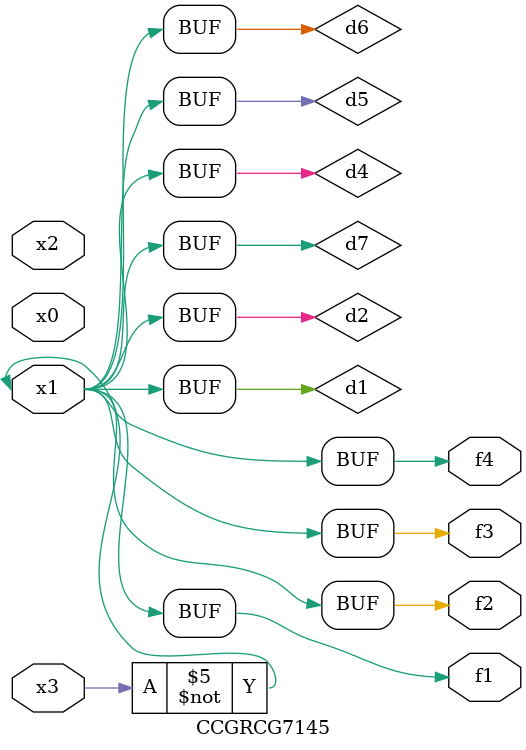
<source format=v>
module CCGRCG7145(
	input x0, x1, x2, x3,
	output f1, f2, f3, f4
);

	wire d1, d2, d3, d4, d5, d6, d7;

	not (d1, x3);
	buf (d2, x1);
	xnor (d3, d1, d2);
	nor (d4, d1);
	buf (d5, d1, d2);
	buf (d6, d4, d5);
	nand (d7, d4);
	assign f1 = d6;
	assign f2 = d7;
	assign f3 = d6;
	assign f4 = d6;
endmodule

</source>
